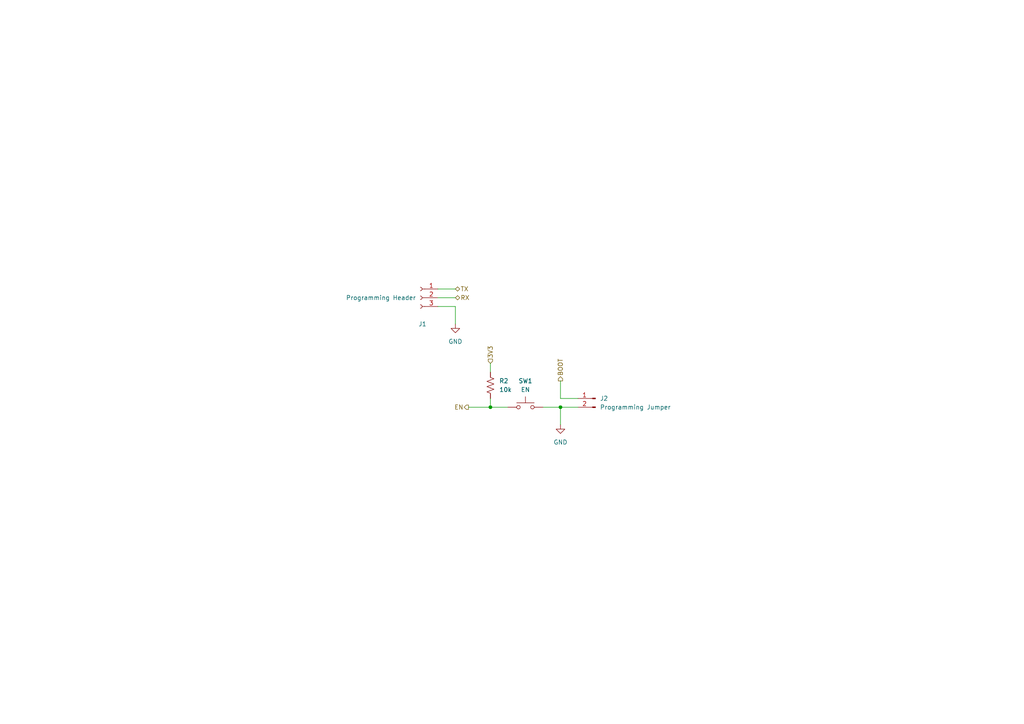
<source format=kicad_sch>
(kicad_sch (version 20230121) (generator eeschema)
  (paper "A4")
  (title_block (title "Control Module") (date "2023-11-22") (company "J2B") (comment 1 "Author: Ben Martens"))
  (lib_symbols
    (symbol "Connector:Conn_01x02_Pin" (pin_names (offset 1.016) hide)
      (property "Reference" "J" (at 0 2.54 0))
      (property "Value" "Conn_01x02_Pin" (at 0 -5.08 0))
      (symbol "Conn_01x02_Pin_1_1"
        (polyline (pts (xy 1.27 -2.54) (xy 0.8636 -2.54)) (stroke (width 0.1524)))
        (polyline (pts (xy 1.27 0) (xy 0.8636 0)) (stroke (width 0.1524)))
        (rectangle (start 0.8636 -2.413) (end 0 -2.667) (stroke (width 0.1524)) (fill (type outline)))
        (rectangle (start 0.8636 0.127) (end 0 -0.127) (stroke (width 0.1524)) (fill (type outline)))
        (pin passive line (at 5.08 0 180) (length 3.81) (name "Pin_1") (number "1"))
        (pin passive line (at 5.08 -2.54 180) (length 3.81) (name "Pin_2") (number "2"))
      )
    )
    (symbol "Connector:Conn_01x03_Socket" (pin_names (offset 1.016) hide)
      (property "Reference" "J" (at 0 5.08 0))
      (property "Value" "Conn_01x03_Socket" (at 0 -5.08 0))
      (symbol "Conn_01x03_Socket_1_1"
        (arc (start 0 -2.032) (mid -0.5058 -2.54) (end 0 -3.048) (stroke (width 0.1524)))
        (polyline (pts (xy -1.27 -2.54) (xy -0.508 -2.54)) (stroke (width 0.1524)))
        (polyline (pts (xy -1.27 0) (xy -0.508 0)) (stroke (width 0.1524)))
        (polyline (pts (xy -1.27 2.54) (xy -0.508 2.54)) (stroke (width 0.1524)))
        (arc (start 0 0.508) (mid -0.5058 0) (end 0 -0.508) (stroke (width 0.1524)))
        (arc (start 0 3.048) (mid -0.5058 2.54) (end 0 2.032) (stroke (width 0.1524)))
        (pin passive line (at -5.08 2.54 0) (length 3.81) (name "Pin_1") (number "1"))
        (pin passive line (at -5.08 0 0) (length 3.81) (name "Pin_2") (number "2"))
        (pin passive line (at -5.08 -2.54 0) (length 3.81) (name "Pin_3") (number "3"))
      )
    )
    (symbol "Device:R_US" (pin_numbers hide) (pin_names (offset 0))
      (property "Reference" "R" (at 2.54 0 90))
      (property "Value" "R_US" (at -2.54 0 90))
      (symbol "R_US_0_1"
        (polyline (pts (xy 0 -2.286) (xy 0 -2.54)))
        (polyline (pts (xy 0 2.286) (xy 0 2.54)))
        (polyline (pts (xy 0 -0.762) (xy 1.016 -1.143) (xy 0 -1.524) (xy -1.016 -1.905) (xy 0 -2.286)))
        (polyline (pts (xy 0 0.762) (xy 1.016 0.381) (xy 0 0) (xy -1.016 -0.381) (xy 0 -0.762)))
        (polyline (pts (xy 0 2.286) (xy 1.016 1.905) (xy 0 1.524) (xy -1.016 1.143) (xy 0 0.762)))
      )
      (symbol "R_US_1_1"
        (pin passive line (at 0 3.81 270) (length 1.27) (name "~") (number "1"))
        (pin passive line (at 0 -3.81 90) (length 1.27) (name "~") (number "2"))
      )
    )
    (symbol "Switch:SW_Push" (pin_numbers hide) (pin_names (offset 1.016) hide)
      (property "Reference" "SW" (at 1.27 2.54 0))
      (property "Value" "SW_Push" (at 0 -1.524 0))
      (symbol "SW_Push_0_1"
        (circle (center -2.032 0) (radius 0.508))
        (polyline (pts (xy 0 1.27) (xy 0 3.048)))
        (polyline (pts (xy 2.54 1.27) (xy -2.54 1.27)))
        (circle (center 2.032 0) (radius 0.508))
        (pin passive line (at -5.08 0 0) (length 2.54) (name "1") (number "1"))
        (pin passive line (at 5.08 0 180) (length 2.54) (name "2") (number "2"))
      )
    )
    (symbol "power:GND" (power) (pin_names (offset 0))
      (property "Value" "GND" (at 0 -3.81 0))
      (symbol "GND_0_1"
        (polyline (pts (xy 0 0) (xy 0 -1.27) (xy 1.27 -1.27) (xy 0 -2.54) (xy -1.27 -1.27) (xy 0 -1.27)))
      )
      (symbol "GND_1_1"
        (pin power_in line (at 0 0 270) (length 0) hide (name "GND") (number "1"))
      )
    )
  )
  (junction (at 142.24 118.11))
  (junction (at 162.56 118.11))
  (wire (pts (xy 147.32 118.11) (xy 142.24 118.11)))
  (wire (pts (xy 142.24 118.11) (xy 135.89 118.11)))
  (wire (pts (xy 127 86.36) (xy 132.08 86.36)))
  (wire (pts (xy 167.64 118.11) (xy 162.56 118.11)))
  (wire (pts (xy 157.48 118.11) (xy 162.56 118.11)))
  (wire (pts (xy 162.56 110.49) (xy 162.56 115.57)))
  (wire (pts (xy 127 88.9) (xy 132.08 88.9)))
  (wire (pts (xy 142.24 115.57) (xy 142.24 118.11)))
  (wire (pts (xy 132.08 88.9) (xy 132.08 93.98)))
  (wire (pts (xy 162.56 118.11) (xy 162.56 123.19)))
  (wire (pts (xy 142.24 105.41) (xy 142.24 107.95)))
  (wire (pts (xy 127 83.82) (xy 132.08 83.82)))
  (wire (pts (xy 162.56 115.57) (xy 167.64 115.57)))
  (hierarchical_label "EN" (shape output) (at 135.89 118.11 180))
  (hierarchical_label "BOOT" (shape output) (at 162.56 110.49 90))
  (hierarchical_label "TX" (shape bidirectional) (at 132.08 83.82 0))
  (hierarchical_label "RX" (shape bidirectional) (at 132.08 86.36 0))
  (hierarchical_label "3V3" (shape input) (at 142.24 105.41 90))
  (symbol (lib_id "Connector:Conn_01x03_Socket") (at 121.92 86.36 0) (mirror y) (unit 1) (in_bom no)
    (property "Reference" "J1" (at 122.555 93.98 0))
    (property "Value" "Programming Header" (at 110.49 86.36 0))
    (property "Footprint" "Connector_PinHeader_2.54mm:PinHeader_1x03_P2.54mm_Horizontal" (effects hide))
    (instances (project "control-module-pcb" (path "" (reference "J1") (unit 1))) (project "key-fob-pcb" (path "" (reference "J2") (unit 1))))
  )
  (symbol (lib_id "power:GND") (at 132.08 93.98 0) (unit 1)
    (property "Reference" "#PWR015" (effects hide))
    (property "Value" "GND" (at 132.08 99.06 0))
  )
  (symbol (lib_id "Connector:Conn_01x02_Pin") (at 172.72 115.57 0) (mirror y) (unit 1) (in_bom no)
    (property "Reference" "J2" (at 173.99 115.57 0) (effects (justify right)))
    (property "Value" "Programming Jumper" (at 173.99 118.11 0) (effects (justify right)))
    (property "Footprint" "Connector_PinHeader_2.54mm:PinHeader_1x02_P2.54mm_Horizontal" (effects hide))
    (instances (project "control-module-pcb" (path "" (reference "J2") (unit 1))) (project "key-fob-pcb" (path "" (reference "J1") (unit 1))))
  )
  (symbol (lib_id "power:GND") (at 162.56 123.19 0) (unit 1)
    (property "Reference" "#PWR016" (effects hide))
    (property "Value" "GND" (at 162.56 128.27 0))
  )
  (symbol (lib_id "Device:R_US") (at 142.24 111.76 0) (unit 1)
    (property "Reference" "R2" (at 144.78 110.49 0) (effects (justify left)))
    (property "Value" "10k" (at 144.78 113.03 0) (effects (justify left)))
    (property "Footprint" "Resistor_SMD:R_0603_1608Metric" (effects hide))
  )
  (symbol (lib_id "Switch:SW_Push") (at 152.4 118.11 0) (mirror y) (unit 1) (in_bom no)
    (property "Reference" "SW1" (at 152.4 110.49 0))
    (property "Value" "EN" (at 152.4 113.03 0))
    (property "Footprint" "Button_Switch_SMD:SW_SPST_TL3305B" (effects hide))
    (instances (project "control-module-pcb" (path "" (reference "SW1") (unit 1))) (project "key-fob-pcb" (path "" (reference "SW4") (unit 1)) (path "" (reference "SW2") (unit 1))))
  )
)
</source>
